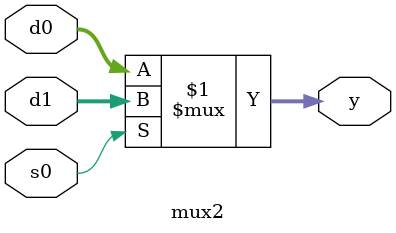
<source format=sv>
module mux2(	input logic [3:0] d0,d1, 
				input logic 			s0,
				output logic [3:0]	y);
	assign y = s0 ? d1 : d0;
endmodule
</source>
